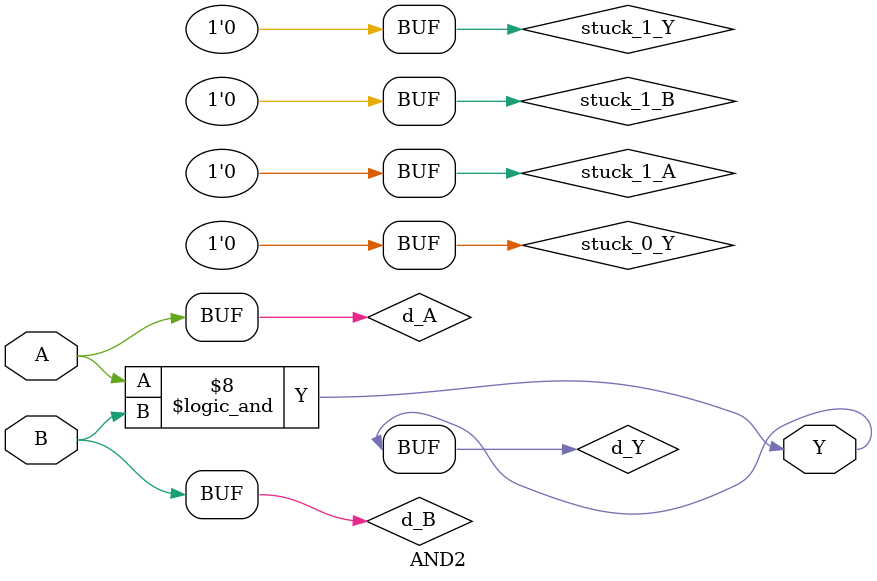
<source format=v>
module AND2 (input A, output Y, input B);
`ifdef REGISTER
initial begin
   $display("register  %m.stuck_1_A input");
   $display("register  %m.stuck_0_Y output");
   $display("register  %m.stuck_1_Y output");
   $display("register  %m.stuck_1_B input");
end
`endif
reg stuck_1_A; initial stuck_1_A=0;
wire d_A = stuck_1_A ? 1 : A;
reg stuck_0_Y; initial stuck_0_Y=0;
reg stuck_1_Y; initial stuck_1_Y=0;
wire d_Y;
assign Y = stuck_1_Y ? 1 : stuck_0_Y ? 0 : d_Y;
reg stuck_1_B; initial stuck_1_B=0;
wire d_B = stuck_1_B ? 1 : B;
assign d_Y = d_A && d_B;
endmodule

</source>
